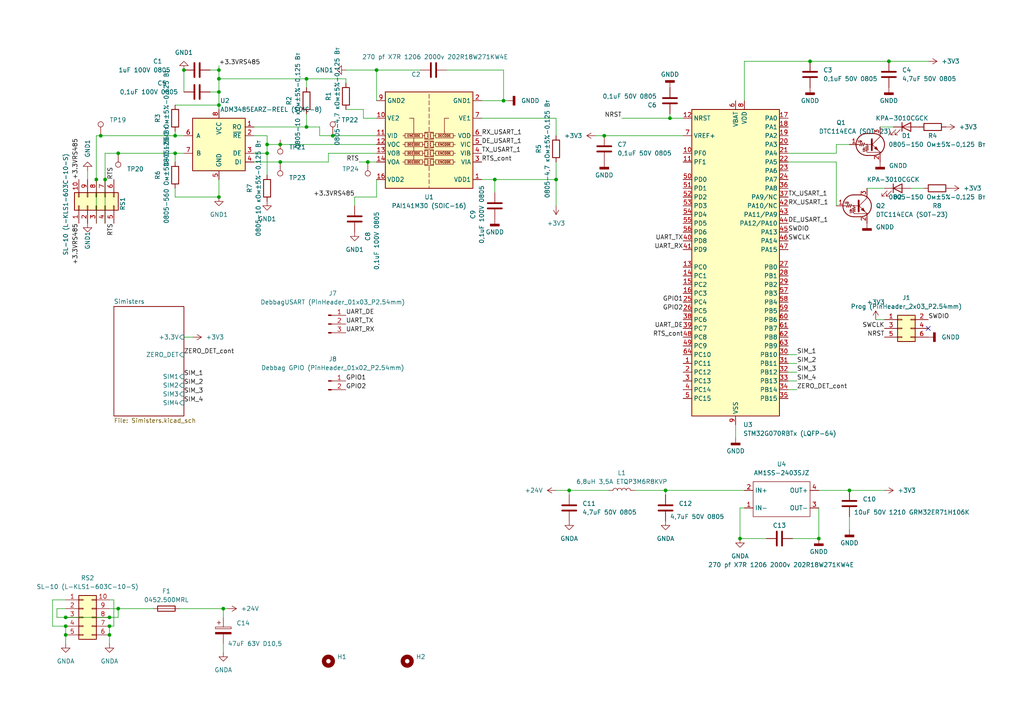
<source format=kicad_sch>
(kicad_sch (version 20230121) (generator eeschema)
  (paper "A4")
  (lib_symbols
    (symbol "Connector:Conn_01x02_Pin" (pin_names (offset 1.016) hide)
      (property "Reference" "J" (at 0 2.54 0))
      (property "Value" "Conn_01x02_Pin" (at 0 -5.08 0))
      (symbol "Conn_01x02_Pin_1_1"
        (pin passive line (at 5.08 0 180) (length 3.81) (name "Pin_1") (number "1"))
        (pin passive line (at 5.08 -2.54 180) (length 3.81) (name "Pin_2") (number "2"))
      )
    )
    (symbol "Connector:Conn_01x03_Pin" (pin_names (offset 1.016) hide)
      (property "Reference" "J" (at 0 5.08 0))
      (property "Value" "Conn_01x03_Pin" (at 0 -5.08 0))
      (symbol "Conn_01x03_Pin_1_1"
        (pin passive line (at 5.08 2.54 180) (length 3.81) (name "Pin_1") (number "1"))
        (pin passive line (at 5.08 0 180) (length 3.81) (name "Pin_2") (number "2"))
        (pin passive line (at 5.08 -2.54 180) (length 3.81) (name "Pin_3") (number "3"))
      )
    )
    (symbol "Connector:TestPoint" (pin_numbers hide) (pin_names (offset 0.762) hide)
      (property "Reference" "TP" (at 0 6.858 0))
      (property "Value" "TestPoint" (at 0 5.08 0))
      (symbol "TestPoint_1_1"
        (pin passive line (at 0 0 90) (length 2.54) (name "1") (number "1"))
      )
    )
    (symbol "Connector_Generic:Conn_02x03_Odd_Even" (pin_names (offset 1.016) hide)
      (property "Reference" "J" (at 1.27 5.08 0))
      (property "Value" "Conn_02x03_Odd_Even" (at 1.27 -5.08 0))
      (symbol "Conn_02x03_Odd_Even_1_1"
        (pin passive line (at -5.08 2.54 0) (length 3.81) (name "Pin_1") (number "1"))
        (pin passive line (at 7.62 2.54 180) (length 3.81) (name "Pin_2") (number "2"))
        (pin passive line (at -5.08 0 0) (length 3.81) (name "Pin_3") (number "3"))
        (pin passive line (at 7.62 0 180) (length 3.81) (name "Pin_4") (number "4"))
        (pin passive line (at -5.08 -2.54 0) (length 3.81) (name "Pin_5") (number "5"))
        (pin passive line (at 7.62 -2.54 180) (length 3.81) (name "Pin_6") (number "6"))
      )
    )
    (symbol "Connector_Generic:Conn_02x05_Counter_Clockwise" (pin_names (offset 1.016) hide)
      (property "Reference" "J" (at 1.27 7.62 0))
      (property "Value" "Conn_02x05_Counter_Clockwise" (at 1.27 -7.62 0))
      (symbol "Conn_02x05_Counter_Clockwise_1_1"
        (pin passive line (at -5.08 5.08 0) (length 3.81) (name "Pin_1") (number "1"))
        (pin passive line (at 7.62 5.08 180) (length 3.81) (name "Pin_10") (number "10"))
        (pin passive line (at -5.08 2.54 0) (length 3.81) (name "Pin_2") (number "2"))
        (pin passive line (at -5.08 0 0) (length 3.81) (name "Pin_3") (number "3"))
        (pin passive line (at -5.08 -2.54 0) (length 3.81) (name "Pin_4") (number "4"))
        (pin passive line (at -5.08 -5.08 0) (length 3.81) (name "Pin_5") (number "5"))
        (pin passive line (at 7.62 -5.08 180) (length 3.81) (name "Pin_6") (number "6"))
        (pin passive line (at 7.62 -2.54 180) (length 3.81) (name "Pin_7") (number "7"))
        (pin passive line (at 7.62 0 180) (length 3.81) (name "Pin_8") (number "8"))
        (pin passive line (at 7.62 2.54 180) (length 3.81) (name "Pin_9") (number "9"))
      )
    )
    (symbol "Converter_DCDC:AM1SS-"
      (property "Reference" "U" (at -1.27 2.54 0))
      (property "Value" "AM1SS-" (at 0 0 0))
      (symbol "AM1SS-_1_1"
        (pin input line (at -8.89 -5.08 0) (length 2.56) (name "IN-") (number "1"))
        (pin input line (at -8.89 -10.16 0) (length 2.56) (name "IN+") (number "2"))
        (pin output line (at 12.7 -5.08 180) (length 2.56) (name "OUT-") (number "3"))
        (pin output line (at 12.7 -10.16 180) (length 2.56) (name "OUT+") (number "4"))
      )
    )
    (symbol "Device:C" (pin_numbers hide) (pin_names (offset 0.254))
      (property "Reference" "C" (at 0.635 2.54 0))
      (property "Value" "C" (at 0.635 -2.54 0))
      (symbol "C_1_1"
        (pin passive line (at 0 3.81 270) (length 2.794) (name "~") (number "1"))
        (pin passive line (at 0 -3.81 90) (length 2.794) (name "~") (number "2"))
      )
    )
    (symbol "Device:C_Polarized" (pin_numbers hide) (pin_names (offset 0.254))
      (property "Reference" "C" (at 0.635 2.54 0))
      (property "Value" "C_Polarized" (at 0.635 -2.54 0))
      (symbol "C_Polarized_1_1"
        (pin passive line (at 0 3.81 270) (length 2.794) (name "~") (number "1"))
        (pin passive line (at 0 -3.81 90) (length 2.794) (name "~") (number "2"))
      )
    )
    (symbol "Device:Fuse" (pin_numbers hide) (pin_names (offset 0))
      (property "Reference" "F" (at 2.032 0 90))
      (property "Value" "Fuse" (at -1.905 0 90))
      (symbol "Fuse_1_1"
        (pin passive line (at 0 3.81 270) (length 1.27) (name "~") (number "1"))
        (pin passive line (at 0 -3.81 90) (length 1.27) (name "~") (number "2"))
      )
    )
    (symbol "Device:L" (pin_numbers hide) (pin_names (offset 1.016) hide)
      (property "Reference" "L" (at -1.27 0 90))
      (property "Value" "L" (at 1.905 0 90))
      (symbol "L_1_1"
        (pin passive line (at 0 3.81 270) (length 1.27) (name "1") (number "1"))
        (pin passive line (at 0 -3.81 90) (length 1.27) (name "2") (number "2"))
      )
    )
    (symbol "Device:LED" (pin_numbers hide) (pin_names (offset 1.016) hide)
      (property "Reference" "D" (at 0 2.54 0))
      (property "Value" "LED" (at 0 -2.54 0))
      (symbol "LED_1_1"
        (pin passive line (at -3.81 0 0) (length 2.54) (name "K") (number "1"))
        (pin passive line (at 3.81 0 180) (length 2.54) (name "A") (number "2"))
      )
    )
    (symbol "Device:R" (pin_numbers hide) (pin_names (offset 0))
      (property "Reference" "R" (at 2.032 0 90))
      (property "Value" "R" (at 0 0 90))
      (symbol "R_1_1"
        (pin passive line (at 0 3.81 270) (length 1.27) (name "~") (number "1"))
        (pin passive line (at 0 -3.81 90) (length 1.27) (name "~") (number "2"))
      )
    )
    (symbol "Interface_UART:SP3485CN" (pin_names (offset 1.016))
      (property "Reference" "U" (at -7.62 8.89 0))
      (property "Value" "SP3485CN" (at 2.54 8.89 0))
      (symbol "SP3485CN_1_1"
        (pin output line (at -10.16 5.08 0) (length 2.54) (name "RO") (number "1"))
        (pin input line (at -10.16 2.54 0) (length 2.54) (name "~{RE}") (number "2"))
        (pin input line (at -10.16 -2.54 0) (length 2.54) (name "DE") (number "3"))
        (pin input line (at -10.16 -5.08 0) (length 2.54) (name "DI") (number "4"))
        (pin power_in line (at 0 -10.16 90) (length 2.54) (name "GND") (number "5"))
        (pin bidirectional line (at 10.16 2.54 180) (length 2.54) (name "A") (number "6"))
        (pin bidirectional line (at 10.16 -2.54 180) (length 2.54) (name "B") (number "7"))
        (pin power_in line (at 0 10.16 270) (length 2.54) (name "VCC") (number "8"))
      )
    )
    (symbol "Isolator:π141M3x"
      (property "Reference" "U" (at 0 19.05 0))
      (property "Value" "π141M3x" (at 0 16.51 0))
      (symbol "π141M3x_0_0"
        (text "DECODE" (at -4.445 0 0) (effects (font (size 0.635 0.635))))
        (text "DECODE" (at 4.445 2.54 0) (effects (font (size 0.635 0.635))))
        (text "DECODE" (at 4.445 5.08 0) (effects (font (size 0.635 0.635))))
        (text "DECODE" (at 4.445 7.62 0) (effects (font (size 0.635 0.635))))
        (text "ENCODE" (at -4.445 2.54 0) (effects (font (size 0.635 0.635))))
        (text "ENCODE" (at -4.445 5.08 0) (effects (font (size 0.635 0.635))))
        (text "ENCODE" (at -4.445 7.62 0) (effects (font (size 0.635 0.635))))
        (text "ENCODE" (at 4.445 0 0) (effects (font (size 0.635 0.635))))
      )
      (symbol "π141M3x_1_1"
        (pin power_in line (at -15.24 12.7 0) (length 2.54) (name "VDD1") (number "1"))
        (pin input line (at 15.24 -5.08 180) (length 2.54) (name "VE2") (number "10"))
        (pin input line (at 15.24 0 180) (length 2.54) (name "VID") (number "11"))
        (pin output line (at 15.24 2.54 180) (length 2.54) (name "VOC") (number "12"))
        (pin output line (at 15.24 5.08 180) (length 2.54) (name "VOB") (number "13"))
        (pin output line (at 15.24 7.62 180) (length 2.54) (name "VOA") (number "14"))
        (pin passive line (at 15.24 -10.16 180) (length 2.54) hide (name "GND2") (number "15"))
        (pin power_in line (at 15.24 12.7 180) (length 2.54) (name "VDD2") (number "16"))
        (pin power_in line (at -15.24 -10.16 0) (length 2.54) (name "GND1") (number "2"))
        (pin input line (at -15.24 7.62 0) (length 2.54) (name "VIA") (number "3"))
        (pin input line (at -15.24 5.08 0) (length 2.54) (name "VIB") (number "4"))
        (pin input line (at -15.24 2.54 0) (length 2.54) (name "VIC") (number "5"))
        (pin output line (at -15.24 0 0) (length 2.54) (name "VOD") (number "6"))
        (pin input line (at -15.24 -5.08 0) (length 2.54) (name "VE1") (number "7"))
        (pin passive line (at -15.24 -10.16 0) (length 2.54) hide (name "GND1") (number "8"))
        (pin power_in line (at 15.24 -10.16 180) (length 2.54) (name "GND2") (number "9"))
      )
    )
    (symbol "MCU_ST_STM32G0:STM32G070RBTx"
      (property "Reference" "U" (at -12.7 46.99 0))
      (property "Value" "STM32G070RBTx" (at 5.08 46.99 0))
      (symbol "STM32G070RBTx_1_1"
        (pin bidirectional line (at -15.24 -27.94 0) (length 2.54) (name "PC11") (number "1"))
        (pin bidirectional line (at -15.24 33.02 0) (length 2.54) (name "PF0") (number "10"))
        (pin bidirectional line (at -15.24 30.48 0) (length 2.54) (name "PF1") (number "11"))
        (pin input line (at -15.24 43.18 0) (length 2.54) (name "NRST") (number "12"))
        (pin bidirectional line (at -15.24 0 0) (length 2.54) (name "PC0") (number "13"))
        (pin bidirectional line (at -15.24 -2.54 0) (length 2.54) (name "PC1") (number "14"))
        (pin bidirectional line (at -15.24 -5.08 0) (length 2.54) (name "PC2") (number "15"))
        (pin bidirectional line (at -15.24 -7.62 0) (length 2.54) (name "PC3") (number "16"))
        (pin bidirectional line (at 15.24 43.18 180) (length 2.54) (name "PA0") (number "17"))
        (pin bidirectional line (at 15.24 40.64 180) (length 2.54) (name "PA1") (number "18"))
        (pin bidirectional line (at 15.24 38.1 180) (length 2.54) (name "PA2") (number "19"))
        (pin bidirectional line (at -15.24 -30.48 0) (length 2.54) (name "PC12") (number "2"))
        (pin bidirectional line (at 15.24 35.56 180) (length 2.54) (name "PA3") (number "20"))
        (pin bidirectional line (at 15.24 33.02 180) (length 2.54) (name "PA4") (number "21"))
        (pin bidirectional line (at 15.24 30.48 180) (length 2.54) (name "PA5") (number "22"))
        (pin bidirectional line (at 15.24 27.94 180) (length 2.54) (name "PA6") (number "23"))
        (pin bidirectional line (at 15.24 25.4 180) (length 2.54) (name "PA7") (number "24"))
        (pin bidirectional line (at -15.24 -10.16 0) (length 2.54) (name "PC4") (number "25"))
        (pin bidirectional line (at -15.24 -12.7 0) (length 2.54) (name "PC5") (number "26"))
        (pin bidirectional line (at 15.24 0 180) (length 2.54) (name "PB0") (number "27"))
        (pin bidirectional line (at 15.24 -2.54 180) (length 2.54) (name "PB1") (number "28"))
        (pin bidirectional line (at 15.24 -5.08 180) (length 2.54) (name "PB2") (number "29"))
        (pin bidirectional line (at -15.24 -33.02 0) (length 2.54) (name "PC13") (number "3"))
        (pin bidirectional line (at 15.24 -25.4 180) (length 2.54) (name "PB10") (number "30"))
        (pin bidirectional line (at 15.24 -27.94 180) (length 2.54) (name "PB11") (number "31"))
        (pin bidirectional line (at 15.24 -30.48 180) (length 2.54) (name "PB12") (number "32"))
        (pin bidirectional line (at 15.24 -33.02 180) (length 2.54) (name "PB13") (number "33"))
        (pin bidirectional line (at 15.24 -35.56 180) (length 2.54) (name "PB14") (number "34"))
        (pin bidirectional line (at 15.24 -38.1 180) (length 2.54) (name "PB15") (number "35"))
        (pin bidirectional line (at 15.24 22.86 180) (length 2.54) (name "PA8") (number "36"))
        (pin bidirectional line (at 15.24 20.32 180) (length 2.54) (name "PA9/NC") (number "37"))
        (pin bidirectional line (at -15.24 -15.24 0) (length 2.54) (name "PC6") (number "38"))
        (pin bidirectional line (at -15.24 -17.78 0) (length 2.54) (name "PC7") (number "39"))
        (pin bidirectional line (at -15.24 -35.56 0) (length 2.54) (name "PC14") (number "4"))
        (pin bidirectional line (at -15.24 7.62 0) (length 2.54) (name "PD8") (number "40"))
        (pin bidirectional line (at -15.24 5.08 0) (length 2.54) (name "PD9") (number "41"))
        (pin bidirectional line (at 15.24 17.78 180) (length 2.54) (name "PA10/NC") (number "42"))
        (pin bidirectional line (at 15.24 15.24 180) (length 2.54) (name "PA11/PA9") (number "43"))
        (pin bidirectional line (at 15.24 12.7 180) (length 2.54) (name "PA12/PA10") (number "44"))
        (pin bidirectional line (at 15.24 10.16 180) (length 2.54) (name "PA13") (number "45"))
        (pin bidirectional line (at 15.24 7.62 180) (length 2.54) (name "PA14") (number "46"))
        (pin bidirectional line (at 15.24 5.08 180) (length 2.54) (name "PA15") (number "47"))
        (pin bidirectional line (at -15.24 -20.32 0) (length 2.54) (name "PC8") (number "48"))
        (pin bidirectional line (at -15.24 -22.86 0) (length 2.54) (name "PC9") (number "49"))
        (pin bidirectional line (at -15.24 -38.1 0) (length 2.54) (name "PC15") (number "5"))
        (pin bidirectional line (at -15.24 25.4 0) (length 2.54) (name "PD0") (number "50"))
        (pin bidirectional line (at -15.24 22.86 0) (length 2.54) (name "PD1") (number "51"))
        (pin bidirectional line (at -15.24 20.32 0) (length 2.54) (name "PD2") (number "52"))
        (pin bidirectional line (at -15.24 17.78 0) (length 2.54) (name "PD3") (number "53"))
        (pin bidirectional line (at -15.24 15.24 0) (length 2.54) (name "PD4") (number "54"))
        (pin bidirectional line (at -15.24 12.7 0) (length 2.54) (name "PD5") (number "55"))
        (pin bidirectional line (at -15.24 10.16 0) (length 2.54) (name "PD6") (number "56"))
        (pin bidirectional line (at 15.24 -7.62 180) (length 2.54) (name "PB3") (number "57"))
        (pin bidirectional line (at 15.24 -10.16 180) (length 2.54) (name "PB4") (number "58"))
        (pin bidirectional line (at 15.24 -12.7 180) (length 2.54) (name "PB5") (number "59"))
        (pin power_in line (at 0 48.26 270) (length 2.54) (name "VBAT") (number "6"))
        (pin bidirectional line (at 15.24 -15.24 180) (length 2.54) (name "PB6") (number "60"))
        (pin bidirectional line (at 15.24 -17.78 180) (length 2.54) (name "PB7") (number "61"))
        (pin bidirectional line (at 15.24 -20.32 180) (length 2.54) (name "PB8") (number "62"))
        (pin bidirectional line (at 15.24 -22.86 180) (length 2.54) (name "PB9") (number "63"))
        (pin bidirectional line (at -15.24 -25.4 0) (length 2.54) (name "PC10") (number "64"))
        (pin input line (at -15.24 38.1 0) (length 2.54) (name "VREF+") (number "7"))
        (pin power_in line (at 2.54 48.26 270) (length 2.54) (name "VDD") (number "8"))
        (pin power_in line (at 0 -45.72 90) (length 2.54) (name "VSS") (number "9"))
      )
    )
    (symbol "Mechanical:MountingHole" (pin_names (offset 1.016))
      (property "Reference" "H" (at 0 5.08 0))
      (property "Value" "MountingHole" (at 0 3.175 0))
    )
    (symbol "PCM_4ms_Power-symbol:GNDA" (power) (pin_numbers hide) (pin_names (offset 0) hide)
      (property "Value" "GNDA" (at 0 -3.81 0))
      (symbol "GNDA_1_1"
        (pin power_in line (at 0 0 270) (length 0) hide (name "GNDA") (number "1"))
      )
    )
    (symbol "Transistor_BJT:DTC114E" (pin_names (offset 0) hide)
      (property "Reference" "Q" (at 5.08 1.905 0))
      (property "Value" "DTC114E" (at 5.08 0 0))
      (symbol "DTC114E_0_0"
        (text "10k" (at -3.302 0.889 0) (effects (font (size 0.508 0.508))))
        (text "10k" (at -2.159 -1.524 900) (effects (font (size 0.508 0.508))))
      )
      (symbol "DTC114E_1_1"
        (pin input line (at -6.35 0 0) (length 2.54) (name "B") (number "1"))
        (pin passive line (at 2.54 -5.08 90) (length 2.54) (name "E") (number "2"))
        (pin passive line (at 2.54 5.08 270) (length 2.54) (name "C") (number "3"))
      )
    )
    (symbol "power:+24V" (power) (pin_numbers hide) (pin_names (offset 0) hide)
      (property "Value" "+24V" (at 0 3.556 0))
      (symbol "+24V_1_1"
        (pin power_in line (at 0 0 90) (length 0) hide (name "+24V") (number "1"))
      )
    )
    (symbol "power:+3V3" (power) (pin_numbers hide) (pin_names (offset 0) hide)
      (property "Value" "+3V3" (at 0 3.556 0))
      (symbol "+3V3_1_1"
        (pin power_in line (at 0 0 90) (length 0) hide (name "+3V3") (number "1"))
      )
    )
    (symbol "power:GND1" (power) (pin_numbers hide) (pin_names (offset 0) hide)
      (property "Value" "GND1" (at 0 -3.81 0))
      (symbol "GND1_1_1"
        (pin power_in line (at 0 0 270) (length 0) hide (name "GND1") (number "1"))
      )
    )
    (symbol "power:GNDD" (power) (pin_numbers hide) (pin_names (offset 0) hide)
      (property "Value" "GNDD" (at 0 -3.175 0))
      (symbol "GNDD_1_1"
        (pin power_in line (at 0 0 270) (length 0) hide (name "GNDD") (number "1"))
      )
    )
  )
  (junction (at 31.75 181.61))
  (junction (at 246.38 142.24))
  (junction (at 106.68 46.99))
  (junction (at 50.8 44.45))
  (junction (at 31.75 179.07))
  (junction (at 29.21 39.37))
  (junction (at 63.5 22.86))
  (junction (at 146.05 29.21))
  (junction (at 50.8 39.37))
  (junction (at 63.5 20.32))
  (junction (at 64.77 176.53))
  (junction (at 19.05 179.07))
  (junction (at 77.47 41.91))
  (junction (at 165.1 142.24))
  (junction (at 63.5 30.48))
  (junction (at 88.9 22.86))
  (junction (at 34.29 44.45))
  (junction (at 19.05 181.61))
  (junction (at 81.28 41.91))
  (junction (at 234.95 17.78))
  (junction (at 175.26 39.37))
  (junction (at 19.05 184.15))
  (junction (at 194.31 34.29))
  (junction (at 53.34 20.32))
  (junction (at 214.63 156.21))
  (junction (at 63.5 57.15))
  (junction (at 109.22 20.32))
  (junction (at 27.94 52.07))
  (junction (at 193.04 142.24))
  (junction (at 88.9 36.83))
  (junction (at 34.29 176.53))
  (junction (at 237.49 156.21))
  (junction (at 63.5 26.67))
  (junction (at 96.52 39.37))
  (junction (at 257.81 17.78))
  (junction (at 31.75 184.15))
  (junction (at 161.29 52.07))
  (junction (at 143.51 52.07))
  (junction (at 81.28 46.99))
  (junction (at 77.47 44.45))
  (junction (at 30.48 52.07))
  (no_connect (at 269.24 95.25))
  (wire (pts (xy 194.31 34.29) (xy 194.31 33.02)))
  (wire (pts (xy 63.5 26.67) (xy 63.5 30.48)))
  (wire (pts (xy 50.8 46.99) (xy 50.8 44.45)))
  (wire (pts (xy 60.96 20.32) (xy 63.5 20.32)))
  (wire (pts (xy 15.24 173.99) (xy 15.24 181.61)))
  (wire (pts (xy 73.66 39.37) (xy 77.47 39.37)))
  (wire (pts (xy 27.94 39.37) (xy 29.21 39.37)))
  (wire (pts (xy 31.75 176.53) (xy 34.29 176.53)))
  (wire (pts (xy 146.05 29.21) (xy 147.32 29.21)))
  (wire (pts (xy 102.87 57.15) (xy 109.22 57.15)))
  (wire (pts (xy 215.9 17.78) (xy 234.95 17.78)))
  (wire (pts (xy 259.08 36.83) (xy 255.27 36.83)))
  (wire (pts (xy 102.87 57.15) (xy 102.87 59.69)))
  (wire (pts (xy 172.72 39.37) (xy 175.26 39.37)))
  (wire (pts (xy 104.14 46.99) (xy 106.68 46.99)))
  (wire (pts (xy 129.54 20.32) (xy 146.05 20.32)))
  (wire (pts (xy 254 92.71) (xy 256.54 92.71)))
  (wire (pts (xy 100.33 24.13) (xy 100.33 22.86)))
  (wire (pts (xy 64.77 176.53) (xy 64.77 179.07)))
  (wire (pts (xy 264.16 54.61) (xy 267.97 54.61)))
  (wire (pts (xy 77.47 41.91) (xy 77.47 44.45)))
  (wire (pts (xy 33.02 173.99) (xy 33.02 181.61)))
  (wire (pts (xy 214.63 156.21) (xy 222.25 156.21)))
  (wire (pts (xy 95.25 44.45) (xy 109.22 44.45)))
  (wire (pts (xy 139.7 34.29) (xy 161.29 34.29)))
  (wire (pts (xy 109.22 20.32) (xy 109.22 29.21)))
  (wire (pts (xy 64.77 176.53) (xy 66.04 176.53)))
  (wire (pts (xy 30.48 44.45) (xy 30.48 52.07)))
  (wire (pts (xy 139.7 52.07) (xy 143.51 52.07)))
  (wire (pts (xy 246.38 149.86) (xy 246.38 153.67)))
  (wire (pts (xy 237.49 142.24) (xy 246.38 142.24)))
  (wire (pts (xy 63.5 20.32) (xy 63.5 22.86)))
  (wire (pts (xy 63.5 22.86) (xy 88.9 22.86)))
  (wire (pts (xy 53.34 97.79) (xy 55.88 97.79)))
  (wire (pts (xy 106.68 46.99) (xy 109.22 46.99)))
  (wire (pts (xy 109.22 57.15) (xy 109.22 52.07)))
  (wire (pts (xy 34.29 44.45) (xy 50.8 44.45)))
  (wire (pts (xy 25.4 49.53) (xy 25.4 52.07)))
  (wire (pts (xy 228.6 110.49) (xy 231.14 110.49)))
  (wire (pts (xy 100.33 20.32) (xy 109.22 20.32)))
  (wire (pts (xy 64.77 186.69) (xy 64.77 189.23)))
  (wire (pts (xy 234.95 17.78) (xy 257.81 17.78)))
  (wire (pts (xy 215.9 17.78) (xy 215.9 29.21)))
  (wire (pts (xy 31.75 181.61) (xy 31.75 184.15)))
  (wire (pts (xy 19.05 176.53) (xy 16.51 176.53)))
  (wire (pts (xy 251.46 54.61) (xy 256.54 54.61)))
  (wire (pts (xy 213.36 123.19) (xy 213.36 127)))
  (wire (pts (xy 143.51 52.07) (xy 161.29 52.07)))
  (wire (pts (xy 19.05 179.07) (xy 31.75 179.07)))
  (wire (pts (xy 81.28 46.99) (xy 95.25 46.99)))
  (wire (pts (xy 228.6 102.87) (xy 231.14 102.87)))
  (wire (pts (xy 27.94 64.77) (xy 27.94 52.07)))
  (wire (pts (xy 29.21 39.37) (xy 50.8 39.37)))
  (wire (pts (xy 50.8 44.45) (xy 53.34 44.45)))
  (wire (pts (xy 31.75 173.99) (xy 33.02 173.99)))
  (wire (pts (xy 146.05 20.32) (xy 146.05 29.21)))
  (wire (pts (xy 88.9 36.83) (xy 92.71 36.83)))
  (wire (pts (xy 31.75 184.15) (xy 31.75 186.69)))
  (wire (pts (xy 161.29 34.29) (xy 161.29 39.37)))
  (wire (pts (xy 242.57 46.99) (xy 228.6 46.99)))
  (wire (pts (xy 30.48 44.45) (xy 34.29 44.45)))
  (wire (pts (xy 88.9 22.86) (xy 100.33 22.86)))
  (wire (pts (xy 27.94 39.37) (xy 27.94 52.07)))
  (wire (pts (xy 161.29 52.07) (xy 161.29 59.69)))
  (wire (pts (xy 193.04 142.24) (xy 215.9 142.24)))
  (wire (pts (xy 184.15 142.24) (xy 193.04 142.24)))
  (wire (pts (xy 50.8 54.61) (xy 50.8 57.15)))
  (wire (pts (xy 214.63 147.32) (xy 214.63 156.21)))
  (wire (pts (xy 53.34 20.32) (xy 53.34 26.67)))
  (wire (pts (xy 139.7 29.21) (xy 146.05 29.21)))
  (wire (pts (xy 77.47 39.37) (xy 77.47 41.91)))
  (wire (pts (xy 215.9 147.32) (xy 214.63 147.32)))
  (wire (pts (xy 19.05 181.61) (xy 19.05 184.15)))
  (wire (pts (xy 19.05 184.15) (xy 19.05 186.69)))
  (wire (pts (xy 77.47 41.91) (xy 81.28 41.91)))
  (wire (pts (xy 242.57 46.99) (xy 242.57 59.69)))
  (wire (pts (xy 63.5 52.07) (xy 63.5 57.15)))
  (wire (pts (xy 81.28 41.91) (xy 109.22 41.91)))
  (wire (pts (xy 246.38 142.24) (xy 256.54 142.24)))
  (wire (pts (xy 161.29 142.24) (xy 165.1 142.24)))
  (wire (pts (xy 165.1 143.51) (xy 165.1 142.24)))
  (wire (pts (xy 92.71 39.37) (xy 96.52 39.37)))
  (wire (pts (xy 50.8 57.15) (xy 63.5 57.15)))
  (wire (pts (xy 175.26 39.37) (xy 198.12 39.37)))
  (wire (pts (xy 88.9 22.86) (xy 88.9 25.4)))
  (wire (pts (xy 60.96 26.67) (xy 63.5 26.67)))
  (wire (pts (xy 77.47 44.45) (xy 73.66 44.45)))
  (wire (pts (xy 242.57 44.45) (xy 228.6 44.45)))
  (wire (pts (xy 180.34 34.29) (xy 194.31 34.29)))
  (wire (pts (xy 50.8 39.37) (xy 53.34 39.37)))
  (wire (pts (xy 63.5 19.05) (xy 63.5 20.32)))
  (wire (pts (xy 15.24 181.61) (xy 19.05 181.61)))
  (wire (pts (xy 237.49 147.32) (xy 237.49 156.21)))
  (wire (pts (xy 165.1 142.24) (xy 176.53 142.24)))
  (wire (pts (xy 16.51 179.07) (xy 19.05 179.07)))
  (wire (pts (xy 96.52 39.37) (xy 109.22 39.37)))
  (wire (pts (xy 92.71 36.83) (xy 92.71 39.37)))
  (wire (pts (xy 242.57 41.91) (xy 242.57 44.45)))
  (wire (pts (xy 231.14 113.03) (xy 228.6 113.03)))
  (wire (pts (xy 105.41 31.75) (xy 100.33 31.75)))
  (wire (pts (xy 95.25 46.99) (xy 95.25 44.45)))
  (wire (pts (xy 34.29 179.07) (xy 34.29 176.53)))
  (wire (pts (xy 88.9 33.02) (xy 88.9 36.83)))
  (wire (pts (xy 228.6 105.41) (xy 231.14 105.41)))
  (wire (pts (xy 34.29 176.53) (xy 44.45 176.53)))
  (wire (pts (xy 63.5 30.48) (xy 63.5 31.75)))
  (wire (pts (xy 33.02 181.61) (xy 31.75 181.61)))
  (wire (pts (xy 73.66 46.99) (xy 81.28 46.99)))
  (wire (pts (xy 30.48 64.77) (xy 30.48 52.07)))
  (wire (pts (xy 19.05 173.99) (xy 15.24 173.99)))
  (wire (pts (xy 242.57 41.91) (xy 246.38 41.91)))
  (wire (pts (xy 229.87 156.21) (xy 237.49 156.21)))
  (wire (pts (xy 228.6 107.95) (xy 231.14 107.95)))
  (wire (pts (xy 63.5 22.86) (xy 63.5 26.67)))
  (wire (pts (xy 88.9 36.83) (xy 73.66 36.83)))
  (wire (pts (xy 105.41 34.29) (xy 105.41 31.75)))
  (wire (pts (xy 50.8 38.1) (xy 50.8 39.37)))
  (wire (pts (xy 50.8 30.48) (xy 63.5 30.48)))
  (wire (pts (xy 193.04 143.51) (xy 193.04 142.24)))
  (wire (pts (xy 257.81 17.78) (xy 269.24 17.78)))
  (wire (pts (xy 31.75 179.07) (xy 34.29 179.07)))
  (wire (pts (xy 52.07 176.53) (xy 64.77 176.53)))
  (wire (pts (xy 161.29 46.99) (xy 161.29 52.07)))
  (wire (pts (xy 105.41 34.29) (xy 109.22 34.29)))
  (wire (pts (xy 198.12 34.29) (xy 194.31 34.29)))
  (wire (pts (xy 81.28 40.64) (xy 81.28 41.91)))
  (wire (pts (xy 143.51 52.07) (xy 143.51 55.88)))
  (wire (pts (xy 77.47 44.45) (xy 77.47 50.8)))
  (wire (pts (xy 16.51 176.53) (xy 16.51 179.07)))
  (wire (pts (xy 121.92 20.32) (xy 109.22 20.32)))
  (label "SWDIO" (at 228.6 67.31 0))
  (label "+3.3VRS485" (at 63.5 19.05 0))
  (label "ZERO_DET_cont" (at 231.14 113.03 0))
  (label "GPIO1" (at 100.33 110.49 0))
  (label "RTS" (at 104.14 46.99 180))
  (label "NRST" (at 256.54 97.79 180))
  (label "DE_USART_1" (at 228.6 64.77 0))
  (label "SWCLK" (at 256.54 95.25 180))
  (label "GPIO2" (at 100.33 113.03 0))
  (label "GPIO1" (at 198.12 87.63 180))
  (label "GPIO2" (at 198.12 90.17 180))
  (label "+3.3VRS485" (at 22.86 52.07 90))
  (label "RX_USART_1" (at 139.7 39.37 0))
  (label "RTS_cont" (at 139.7 46.99 0))
  (label "RTS" (at 33.02 64.77 270))
  (label "+3.3VRS485" (at 22.86 64.77 270))
  (label "NRST" (at 180.34 34.29 180))
  (label "SIM_3" (at 53.34 114.3 0))
  (label "RX_USART_1" (at 228.6 59.69 0))
  (label "RTS_cont" (at 198.12 97.79 180))
  (label "UART_RX" (at 100.33 96.52 0))
  (label "UART_DE" (at 198.12 95.25 180))
  (label "SIM_1" (at 53.34 109.22 0))
  (label "SIM_4" (at 231.14 110.49 0))
  (label "UART_TX" (at 100.33 93.98 0))
  (label "SIM_1" (at 231.14 102.87 0))
  (label "SWDIO" (at 269.24 92.71 0))
  (label "DE_USART_1" (at 139.7 41.91 0))
  (label "TX_USART_1" (at 139.7 44.45 0))
  (label "+3.3VRS485" (at 102.87 57.15 180))
  (label "RTS" (at 33.02 52.07 90))
  (label "SIM_2" (at 53.34 111.76 0))
  (label "SIM_2" (at 231.14 105.41 0))
  (label "SWCLK" (at 228.6 69.85 0))
  (label "UART_TX" (at 198.12 69.85 180))
  (label "TX_USART_1" (at 228.6 57.15 0))
  (label "SIM_4" (at 53.34 116.84 0))
  (label "SIM_3" (at 231.14 107.95 0))
  (label "ZERO_DET_cont" (at 53.34 102.87 0))
  (label "UART_DE" (at 100.33 91.44 0))
  (label "UART_RX" (at 198.12 72.39 180))
  (symbol (lib_id "Device:L") (at 180.34 142.24 90) (unit 1)
    (property "Reference" "L1" (at 180.34 137.16 90))
    (property "Value" "6,8uH 3,5A ETQP3M6R8KVP" (at 180.34 139.7 90))
    (property "Footprint" "PCM_Inductor_SMD_Handsoldering_AKL:L_Bourns-SRN6028" (effects hide))
  )
  (symbol (lib_id "Device:C") (at 194.31 29.21 180) (unit 1)
    (property "Reference" "C6" (at 190.5 30.48 0) (effects (justify left)))
    (property "Value" "0,1uF 50V 0805" (at 190.5 27.94 0) (effects (justify left)))
    (property "Footprint" "Capacitor_SMD:C_0805_2012Metric_Pad1.18x1.45mm_HandSolder" (effects hide))
  )
  (symbol (lib_id "PCM_4ms_Power-symbol:GNDA") (at 193.04 151.13 0) (unit 1)
    (property "Reference" "#PWR028" (effects hide))
    (property "Value" "GNDA" (at 193.04 156.21 0))
  )
  (symbol (lib_id "power:+3V3") (at 269.24 17.78 270) (unit 1)
    (property "Reference" "#PWR01" (effects hide))
    (property "Value" "+3V3" (at 273.05 17.78 90) (effects (justify left)))
  )
  (symbol (lib_id "power:GND1") (at 53.34 20.32 180) (unit 1)
    (property "Reference" "#PWR02" (effects hide))
    (property "Value" "GND1" (at 53.34 15.24 0))
  )
  (symbol (lib_id "Device:C") (at 246.38 146.05 0) (unit 1)
    (property "Reference" "C10" (at 250.19 144.78 0) (effects (justify left)))
    (property "Value" "10uF 50V 1210 GRM32ER71H106K" (at 247.65 148.59 0) (effects (justify left)))
    (property "Footprint" "PCM_Capacitor_SMD_AKL:C_1210_3225Metric_Pad1.42x2.65mm_HandSolder" (effects hide))
  )
  (symbol (lib_id "Device:C") (at 257.81 21.59 0) (unit 1)
    (property "Reference" "C4" (at 261.62 20.32 0) (effects (justify left)))
    (property "Value" "4,7uF 50V 0805" (at 261.62 22.86 0) (effects (justify left)))
    (property "Footprint" "PCM_Capacitor_SMD_AKL:C_0805_2012Metric_Pad1.18x1.45mm_HandSolder" (effects hide))
  )
  (symbol (lib_id "Device:R") (at 77.47 54.61 180) (unit 1)
    (property "Reference" "R7" (at 72.39 54.61 90))
    (property "Value" "0805-10 кОм±5%-0,125 Вт" (at 74.93 54.61 90))
    (property "Footprint" "PCM_4ms_Resistor:R_0805_2012Metric" (effects hide))
  )
  (symbol (lib_id "Connector:TestPoint") (at 96.52 39.37 0) (unit 1) (in_bom no)
    (property "Reference" "TP22" (at 99.06 34.798 0) (effects (justify left)))
    (property "Value" "TestPoint" (effects hide))
    (property "Footprint" "PCM_4ms_TestPoint:TestPoint_D1" (effects hide))
  )
  (symbol (lib_id "power:+3V3") (at 161.29 59.69 180) (unit 1)
    (property "Reference" "#PWR017" (effects hide))
    (property "Value" "+3V3" (at 161.29 64.77 0))
  )
  (symbol (lib_id "power:GNDD") (at 237.49 156.21 0) (unit 1)
    (property "Reference" "#PWR031" (effects hide))
    (property "Value" "GNDD" (at 237.49 160.02 0))
  )
  (symbol (lib_id "power:GND1") (at 77.47 58.42 0) (unit 1)
    (property "Reference" "#PWR016" (effects hide))
    (property "Value" "GND1" (at 77.47 63.5 0))
  )
  (symbol (lib_id "power:GND1") (at 102.87 67.31 0) (unit 1)
    (property "Reference" "#PWR018" (effects hide))
    (property "Value" "GND1" (at 102.87 72.39 0))
  )
  (symbol (lib_id "power:+3V3") (at 55.88 97.79 270) (unit 1)
    (property "Reference" "#PWR045" (effects hide))
    (property "Value" "+3V3" (at 59.69 97.79 90) (effects (justify left)))
  )
  (symbol (lib_id "Device:R") (at 161.29 43.18 180) (unit 1)
    (property "Reference" "R5" (at 156.21 43.18 90))
    (property "Value" "0805-4,7 кОм±5%-0,125 Вт" (at 158.75 43.18 90))
    (property "Footprint" "PCM_4ms_Resistor:R_0805_2012Metric" (effects hide))
  )
  (symbol (lib_id "Transistor_BJT:DTC114E") (at 248.92 59.69 0) (unit 1)
    (property "Reference" "Q2" (at 254 59.69 0) (effects (justify left)))
    (property "Value" "DTC114ECA (SOT-23)" (at 254 62.23 0) (effects (justify left)))
    (property "Footprint" "Package_TO_SOT_SMD:SOT-23" (effects hide))
  )
  (symbol (lib_id "Connector_Generic:Conn_02x05_Counter_Clockwise") (at 27.94 59.69 90) (unit 1) (in_bom no)
    (property "Reference" "RS1" (at 35.56 57.15 0) (effects (justify right)))
    (property "Value" "SL-10 (L-KLS1-603C-10-S)" (at 19.05 44.45 0) (effects (justify right)))
    (property "Footprint" "Connector:Edge_Conn_KLS1-603-10" (effects hide))
  )
  (symbol (lib_id "Connector:Conn_01x03_Pin") (at 95.25 93.98 0) (unit 1)
    (property "Reference" "J7" (at 96.52 85.09 0))
    (property "Value" "DebbagUSART (PinHeader_01x03_P2.54mm)" (at 96.52 87.63 0))
    (property "Footprint" "Connector_PinHeader_2.54mm:PinHeader_1x03_P2.54mm_Vertical" (effects hide))
  )
  (symbol (lib_id "power:+3V3") (at 254 92.71 0) (unit 1)
    (property "Reference" "#PWR022" (effects hide))
    (property "Value" "+3V3" (at 254 87.63 0))
  )
  (symbol (lib_id "PCM_4ms_Power-symbol:GNDA") (at 64.77 189.23 0) (unit 1)
    (property "Reference" "#PWR035" (effects hide))
    (property "Value" "GNDA" (at 64.77 194.31 0))
  )
  (symbol (lib_id "power:GNDD") (at 194.31 25.4 180) (unit 1)
    (property "Reference" "#PWR04" (effects hide))
    (property "Value" "GNDD" (at 194.31 21.59 0))
  )
  (symbol (lib_id "power:GNDD") (at 255.27 46.99 0) (unit 1)
    (property "Reference" "#PWR011" (effects hide))
    (property "Value" "GNDD" (at 257.81 48.0695 0) (effects (justify left)))
  )
  (symbol (lib_id "Device:C") (at 125.73 20.32 90) (unit 1)
    (property "Reference" "C2" (at 120.65 21.59 90))
    (property "Value" " 270 pf X7R 1206 2000v 202R18W271KW4E" (at 125.73 16.51 90))
    (property "Footprint" "PCM_Capacitor_SMD_Handsoldering_AKL:C_1210_3225Metric_Pad1.42x2.65mm" (effects hide))
  )
  (symbol (lib_id "Connector:TestPoint") (at 29.21 39.37 0) (unit 1) (in_bom no)
    (property "Reference" "TP19" (at 31.75 34.798 0) (effects (justify left)))
    (property "Value" "TestPoint" (effects hide))
    (property "Footprint" "PCM_4ms_TestPoint:TestPoint_D1" (effects hide))
  )
  (symbol (lib_id "power:GNDD") (at 251.46 64.77 0) (unit 1)
    (property "Reference" "#PWR021" (effects hide))
    (property "Value" "GNDD" (at 254 65.8495 0) (effects (justify left)))
  )
  (symbol (lib_id "power:GNDD") (at 269.24 97.79 90) (unit 1)
    (property "Reference" "#PWR023" (effects hide))
    (property "Value" "GNDD" (at 273.05 97.79 90) (effects (justify right)))
  )
  (symbol (lib_id "power:GNDD") (at 143.51 63.5 0) (unit 1)
    (property "Reference" "#PWR019" (effects hide))
    (property "Value" "GNDD" (at 143.51 67.31 0))
  )
  (symbol (lib_id "Device:R") (at 50.8 50.8 180) (unit 1)
    (property "Reference" "R6" (at 45.72 50.8 90))
    (property "Value" "0805-560 Ом±5%-0,125 Вт" (at 48.26 50.8 90))
    (property "Footprint" "PCM_4ms_Resistor:R_0805_2012Metric" (effects hide))
  )
  (symbol (lib_id "PCM_4ms_Power-symbol:GNDA") (at 214.63 156.21 0) (unit 1)
    (property "Reference" "#PWR030" (effects hide))
    (property "Value" "GNDA" (at 214.63 161.29 0))
  )
  (symbol (lib_id "Device:C") (at 102.87 63.5 180) (unit 1)
    (property "Reference" "C8" (at 106.68 68.58 90))
    (property "Value" "0,1uF 100V 0805" (at 109.22 69.85 90))
    (property "Footprint" "PCM_Capacitor_SMD_AKL:C_0805_2012Metric_Pad1.18x1.45mm_HandSolder" (effects hide))
  )
  (symbol (lib_id "MCU_ST_STM32G0:STM32G070RBTx") (at 213.36 77.47 0) (unit 1)
    (property "Reference" "U3" (at 215.5541 123.19 0) (effects (justify left)))
    (property "Value" "STM32G070RBTx (LQFP-64)" (at 215.5541 125.73 0) (effects (justify left)))
    (property "Footprint" "Package_QFP:LQFP-64_10x10mm_P0.5mm" (effects hide))
    (property "Datasheet" "https://www.st.com/resource/en/datasheet/stm32g070rb.pdf" (effects hide))
  )
  (symbol (lib_id "power:GND1") (at 25.4 64.77 0) (unit 1)
    (property "Reference" "#PWR020" (effects hide))
    (property "Value" "GND1" (at 25.4 72.39 90) (effects (justify left)))
  )
  (symbol (lib_id "Connector_Generic:Conn_02x05_Counter_Clockwise") (at 24.13 179.07 0) (unit 1) (in_bom no)
    (property "Reference" "RS2" (at 25.4 167.64 0))
    (property "Value" "SL-10 (L-KLS1-603C-10-S)" (at 25.4 170.18 0))
    (property "Footprint" "Connector:Edge_Conn_KLS1-603-10" (effects hide))
  )
  (symbol (lib_id "power:GND1") (at 100.33 20.32 270) (unit 1)
    (property "Reference" "#PWR03" (effects hide))
    (property "Value" "GND1" (at 91.44 20.32 90) (effects (justify left)))
  )
  (symbol (lib_id "Device:LED") (at 262.89 36.83 0) (unit 1)
    (property "Reference" "D1" (at 262.89 39.37 0))
    (property "Value" "KPA-3010CGCK" (at 261.62 34.29 0))
    (property "Footprint" "LED_SMD:LED_Kingbright_KPA-3010_3x2x1mm" (effects hide))
  )
  (symbol (lib_id "power:GNDD") (at 175.26 46.99 0) (unit 1)
    (property "Reference" "#PWR010" (effects hide))
    (property "Value" "GNDD" (at 175.26 50.8 0))
  )
  (symbol (lib_id "Device:R") (at 88.9 29.21 180) (unit 1)
    (property "Reference" "R2" (at 83.82 29.21 90))
    (property "Value" "0805-10 кОм±5%-0,125 Вт" (at 86.36 29.21 90))
    (property "Footprint" "PCM_4ms_Resistor:R_0805_2012Metric" (effects hide))
  )
  (symbol (lib_id "Transistor_BJT:DTC114E") (at 252.73 41.91 0) (unit 1)
    (property "Reference" "Q1" (at 242.57 35.56 0) (effects (justify left)))
    (property "Value" "DTC114ECA (SOT-23)" (at 237.49 38.1 0) (effects (justify left)))
    (property "Footprint" "Package_TO_SOT_SMD:SOT-23" (effects hide))
  )
  (symbol (lib_id "Device:Fuse") (at 48.26 176.53 90) (unit 1)
    (property "Reference" "F1" (at 48.26 171.45 90))
    (property "Value" "0452.500MRL" (at 48.26 173.99 90))
    (property "Footprint" "PCM_Fuse_Handsoldering_AKL:Fuse_Littelfuse-NANO2-451_453" (effects hide))
  )
  (symbol (lib_id "Device:C") (at 165.1 147.32 0) (unit 1)
    (property "Reference" "C11" (at 168.91 146.05 0) (effects (justify left)))
    (property "Value" "4,7uF 50V 0805" (at 168.91 148.59 0) (effects (justify left)))
    (property "Footprint" "PCM_Capacitor_SMD_AKL:C_0805_2012Metric_Pad1.18x1.45mm_HandSolder" (effects hide))
  )
  (symbol (lib_id "Device:C_Polarized") (at 64.77 182.88 0) (unit 1)
    (property "Reference" "C14" (at 68.58 180.721 0) (effects (justify left)))
    (property "Value" "47uF 63V D10,5" (at 66.04 186.69 0) (effects (justify left)))
    (property "Footprint" "PCM_Capacitor_THT_AKL:CP_Radial_D6.3mm_P2.50mm" (effects hide))
  )
  (symbol (lib_id "Device:C") (at 175.26 43.18 0) (unit 1)
    (property "Reference" "C7" (at 179.07 41.91 0) (effects (justify left)))
    (property "Value" "0,1uF 50V 0805" (at 179.07 44.45 0) (effects (justify left)))
    (property "Footprint" "Capacitor_SMD:C_0805_2012Metric_Pad1.18x1.45mm_HandSolder" (effects hide))
  )
  (symbol (lib_id "power:GNDD") (at 213.36 127 0) (unit 1)
    (property "Reference" "#PWR024" (effects hide))
    (property "Value" "GNDD" (at 213.36 130.81 0))
  )
  (symbol (lib_id "Device:C") (at 57.15 20.32 90) (unit 1)
    (property "Reference" "C1" (at 45.72 17.78 90))
    (property "Value" "1uF 100V 0805" (at 41.91 20.32 90))
    (property "Footprint" "PCM_Capacitor_SMD_AKL:C_0805_2012Metric_Pad1.18x1.45mm_HandSolder" (effects hide))
  )
  (symbol (lib_id "power:GND1") (at 63.5 57.15 0) (unit 1)
    (property "Reference" "#PWR015" (effects hide))
    (property "Value" "GND1" (at 63.5 62.23 0))
  )
  (symbol (lib_id "Device:C") (at 57.15 26.67 90) (unit 1)
    (property "Reference" "C5" (at 46.99 24.13 90))
    (property "Value" "0,1uF 100V 0805" (at 43.18 26.67 90))
    (property "Footprint" "PCM_Capacitor_SMD_AKL:C_0805_2012Metric_Pad1.18x1.45mm_HandSolder" (effects hide))
  )
  (symbol (lib_id "Isolator:π141M3x") (at 124.46 39.37 180) (unit 1)
    (property "Reference" "U1" (at 124.46 57.15 0))
    (property "Value" "PAI141M30 (SOIC-16)" (at 124.46 59.69 0))
    (property "Footprint" "Package_SO:SOIC-16_3.9x9.9mm_P1.27mm" (effects hide))
    (property "Datasheet" "https://wmsc.lcsc.com/wmsc/upload/file/pdf/v2/lcsc/2001082007_2Pai-Semi--141M30_C471604.pdf" (effects hide))
  )
  (symbol (lib_id "Connector:TestPoint") (at 81.28 40.64 180) (unit 1) (in_bom no)
    (property "Reference" "TP21" (at 83.82 42.672 0) (effects (justify right)))
    (property "Value" "TestPoint" (effects hide))
    (property "Footprint" "PCM_4ms_TestPoint:TestPoint_D1" (effects hide))
  )
  (symbol (lib_id "Device:R") (at 270.51 36.83 90) (unit 1)
    (property "Reference" "R4" (at 270.51 39.37 90))
    (property "Value" "0805-150 Ом±5%-0,125 Вт" (at 271.78 41.91 90))
    (property "Footprint" "PCM_4ms_Resistor:R_0805_2012Metric" (effects hide))
  )
  (symbol (lib_id "Connector:TestPoint") (at 81.28 46.99 0) (mirror x) (unit 1) (in_bom no)
    (property "Reference" "TP23" (at 83.82 51.562 0) (effects (justify left)))
    (property "Value" "TestPoint" (effects hide))
    (property "Footprint" "PCM_4ms_TestPoint:TestPoint_D1" (effects hide))
  )
  (symbol (lib_id "Connector:Conn_01x02_Pin") (at 95.25 110.49 0) (unit 1)
    (property "Reference" "J8" (at 96.52 104.14 0))
    (property "Value" "Debbag GPIO (PinHeader_01x02_P2.54mm)" (at 96.52 106.68 0))
    (property "Footprint" "Connector_PinHeader_2.54mm:PinHeader_1x02_P2.54mm_Vertical" (effects hide))
  )
  (symbol (lib_id "Device:R") (at 271.78 54.61 270) (unit 1)
    (property "Reference" "R8" (at 271.78 59.69 90))
    (property "Value" "0805-150 Ом±5%-0,125 Вт" (at 271.78 57.15 90))
    (property "Footprint" "PCM_4ms_Resistor:R_0805_2012Metric" (effects hide))
  )
  (symbol (lib_id "Interface_UART:SP3485CN") (at 63.5 41.91 0) (mirror y) (unit 1)
    (property "Reference" "U2" (at 63.8459 29.21 0) (effects (justify right)))
    (property "Value" "ADM3485EARZ-REEL (SOIC-8)" (at 63.8459 31.75 0) (effects (justify right)))
    (property "Footprint" "Package_SO:SOIC-8_3.9x4.9mm_P1.27mm" (effects hide))
    (property "Datasheet" "https://static.chipdip.ru/lib/154/DOC013154525.pdf" (effects hide))
  )
  (symbol (lib_id "power:+24V") (at 161.29 142.24 90) (unit 1)
    (property "Reference" "#PWR025" (effects hide))
    (property "Value" "+24V" (at 157.48 142.24 90) (effects (justify left)))
  )
  (symbol (lib_id "Device:R") (at 100.33 27.94 180) (unit 1)
    (property "Reference" "R1" (at 95.25 27.94 90))
    (property "Value" "0805-4,7 кОм±5%-0,125 Вт" (at 97.79 27.94 90))
    (property "Footprint" "PCM_4ms_Resistor:R_0805_2012Metric" (effects hide))
  )
  (symbol (lib_id "power:GNDD") (at 246.38 153.67 0) (unit 1)
    (property "Reference" "#PWR029" (effects hide))
    (property "Value" "GNDD" (at 246.38 157.48 0))
  )
  (symbol (lib_id "Connector:TestPoint") (at 106.68 46.99 0) (mirror x) (unit 1) (in_bom no)
    (property "Reference" "TP24" (at 104.14 49.022 0) (effects (justify right)))
    (property "Value" "TestPoint" (effects hide))
    (property "Footprint" "PCM_4ms_TestPoint:TestPoint_D1" (effects hide))
  )
  (symbol (lib_id "power:+3V3") (at 172.72 39.37 90) (unit 1)
    (property "Reference" "#PWR09" (effects hide))
    (property "Value" "+3V3" (at 168.91 39.37 90) (effects (justify left)))
  )
  (symbol (lib_id "power:GNDD") (at 257.81 25.4 0) (unit 1)
    (property "Reference" "#PWR06" (effects hide))
    (property "Value" "GNDD" (at 257.81 29.21 0))
  )
  (symbol (lib_id "Mechanical:MountingHole") (at 118.11 191.77 0) (unit 1) (in_bom no)
    (property "Reference" "H2" (at 120.65 190.5 0) (effects (justify left)))
    (property "Value" "MountingHole" (effects hide))
    (property "Footprint" "MountingHole:MountingHole_3.2mm_M3" (effects hide))
  )
  (symbol (lib_id "power:GNDD") (at 147.32 29.21 90) (unit 1)
    (property "Reference" "#PWR07" (effects hide))
    (property "Value" "GNDD" (at 151.1268 29.21 90) (effects (justify right)))
  )
  (symbol (lib_id "PCM_4ms_Power-symbol:GNDA") (at 165.1 151.13 0) (unit 1)
    (property "Reference" "#PWR027" (effects hide))
    (property "Value" "GNDA" (at 165.1 156.21 0))
  )
  (symbol (lib_id "power:+3V3") (at 256.54 142.24 270) (unit 1)
    (property "Reference" "#PWR026" (effects hide))
    (property "Value" "+3V3" (at 260.35 142.24 90) (effects (justify left)))
  )
  (symbol (lib_id "power:+3V3") (at 275.59 54.61 270) (unit 1)
    (property "Reference" "#PWR014" (effects hide))
    (property "Value" "+3V3" (at 279.4 54.61 90) (effects (justify left)))
  )
  (symbol (lib_id "PCM_4ms_Power-symbol:GNDA") (at 31.75 186.69 0) (unit 1)
    (property "Reference" "#PWR034" (effects hide))
    (property "Value" "GNDA" (at 31.75 191.77 0))
  )
  (symbol (lib_id "PCM_4ms_Power-symbol:GNDA") (at 19.05 186.69 0) (unit 1)
    (property "Reference" "#PWR033" (effects hide))
    (property "Value" "GNDA" (at 19.05 191.77 0))
  )
  (symbol (lib_id "power:GNDD") (at 234.95 25.4 0) (unit 1)
    (property "Reference" "#PWR05" (effects hide))
    (property "Value" "GNDD" (at 234.95 29.21 0))
  )
  (symbol (lib_id "Device:C") (at 226.06 156.21 90) (unit 1)
    (property "Reference" "C13" (at 226.06 152.4 90))
    (property "Value" " 270 pf X7R 1206 2000v 202R18W271KW4E" (at 226.06 163.83 90))
    (property "Footprint" "PCM_Capacitor_SMD_Handsoldering_AKL:C_1210_3225Metric_Pad1.42x2.65mm" (effects hide))
  )
  (symbol (lib_id "Device:C") (at 193.04 147.32 0) (unit 1)
    (property "Reference" "C12" (at 196.85 146.05 0) (effects (justify left)))
    (property "Value" "4,7uF 50V 0805" (at 194.31 149.86 0) (effects (justify left)))
    (property "Footprint" "PCM_Capacitor_SMD_AKL:C_0805_2012Metric_Pad1.18x1.45mm_HandSolder" (effects hide))
  )
  (symbol (lib_id "Connector_Generic:Conn_02x03_Odd_Even") (at 261.62 95.25 0) (unit 1)
    (property "Reference" "J1" (at 262.89 86.36 0))
    (property "Value" "Prog (PinHeader_2x03_P2.54mm)" (at 262.89 88.9 0))
    (property "Footprint" "Connector_PinHeader_2.54mm:PinHeader_2x03_P2.54mm_Vertical" (effects hide))
  )
  (symbol (lib_id "power:GND1") (at 25.4 49.53 180) (unit 1)
    (property "Reference" "#PWR012" (effects hide))
    (property "Value" "GND1" (at 25.4 45.72 90) (effects (justify right)))
  )
  (symbol (lib_id "Device:LED") (at 260.35 54.61 0) (unit 1)
    (property "Reference" "D2" (at 260.35 57.15 0))
    (property "Value" "KPA-3010CGCK" (at 259.08 52.07 0))
    (property "Footprint" "LED_SMD:LED_Kingbright_KPA-3010_3x2x1mm" (effects hide))
  )
  (symbol (lib_id "Device:R") (at 50.8 34.29 180) (unit 1)
    (property "Reference" "R3" (at 45.72 34.29 90))
    (property "Value" "0805-560 Ом±5%-0,125 Вт" (at 48.26 34.29 90))
    (property "Footprint" "PCM_4ms_Resistor:R_0805_2012Metric" (effects hide))
  )
  (symbol (lib_id "power:+24V") (at 66.04 176.53 270) (unit 1)
    (property "Reference" "#PWR032" (effects hide))
    (property "Value" "+24V" (at 69.85 176.53 90) (effects (justify left)))
  )
  (symbol (lib_id "Converter_DCDC:AM1SS-") (at 224.79 152.4 0) (mirror x) (unit 1)
    (property "Reference" "U4" (at 226.695 134.62 0))
    (property "Value" "AM1SS-2403SJZ" (at 226.695 137.16 0))
    (property "Footprint" "Converter_DCDC:Converter_DCDC_Murata_MEE3SxxxxSC_THT" (effects hide))
    (property "Datasheet" "https://www.aimtec.com/site/Aimtec/files/Datasheet/HighResolution/am1ss-jz.pdf" (effects hide))
  )
  (symbol (lib_id "Device:C") (at 143.51 59.69 180) (unit 1)
    (property "Reference" "C9" (at 137.16 62.23 90))
    (property "Value" "0,1uF 100V 0805" (at 139.7 62.23 90))
    (property "Footprint" "PCM_Capacitor_SMD_AKL:C_0805_2012Metric_Pad1.18x1.45mm_HandSolder" (effects hide))
  )
  (symbol (lib_id "Mechanical:MountingHole") (at 95.25 191.77 0) (unit 1) (in_bom no)
    (property "Reference" "H1" (at 97.79 190.5 0) (effects (justify left)))
    (property "Value" "MountingHole" (effects hide))
    (property "Footprint" "MountingHole:MountingHole_3.2mm_M3" (effects hide))
  )
  (symbol (lib_id "power:+3V3") (at 274.32 36.83 270) (unit 1)
    (property "Reference" "#PWR08" (effects hide))
    (property "Value" "+3V3" (at 278.13 36.83 90) (effects (justify left)))
  )
  (symbol (lib_id "Device:C") (at 234.95 21.59 0) (unit 1)
    (property "Reference" "C3" (at 238.76 20.32 0) (effects (justify left)))
    (property "Value" "0,1uF 50V 0805" (at 238.76 22.86 0) (effects (justify left)))
    (property "Footprint" "Capacitor_SMD:C_0805_2012Metric_Pad1.18x1.45mm_HandSolder" (effects hide))
  )
  (symbol (lib_id "Connector:TestPoint") (at 34.29 44.45 0) (mirror x) (unit 1) (in_bom no)
    (property "Reference" "TP20" (at 36.83 49.022 0) (effects (justify left)))
    (property "Value" "TestPoint" (effects hide))
    (property "Footprint" "PCM_4ms_TestPoint:TestPoint_D1" (effects hide))
  )
  (sheet (at 33.02 88.9) (size 20.32 31.75) (stroke (width 0.1524))
    (property "Sheetname" "Simisters" (at 33.02 88.1884 0) (effects (justify left bottom)))
    (property "Sheetfile" "Simisters.kicad_sch" (at 33.02 121.2346 0) (effects (justify left top)))
    (pin "SIM3" input (at 53.34 114.3 0))
    (pin "SIM4" input (at 53.34 116.84 0))
    (pin "SIM1" input (at 53.34 109.22 0))
    (pin "+3.3V" input (at 53.34 97.79 0))
    (pin "SIM2" input (at 53.34 111.76 0))
    (pin "ZERO_DET" input (at 53.34 102.87 0))
  )
)
</source>
